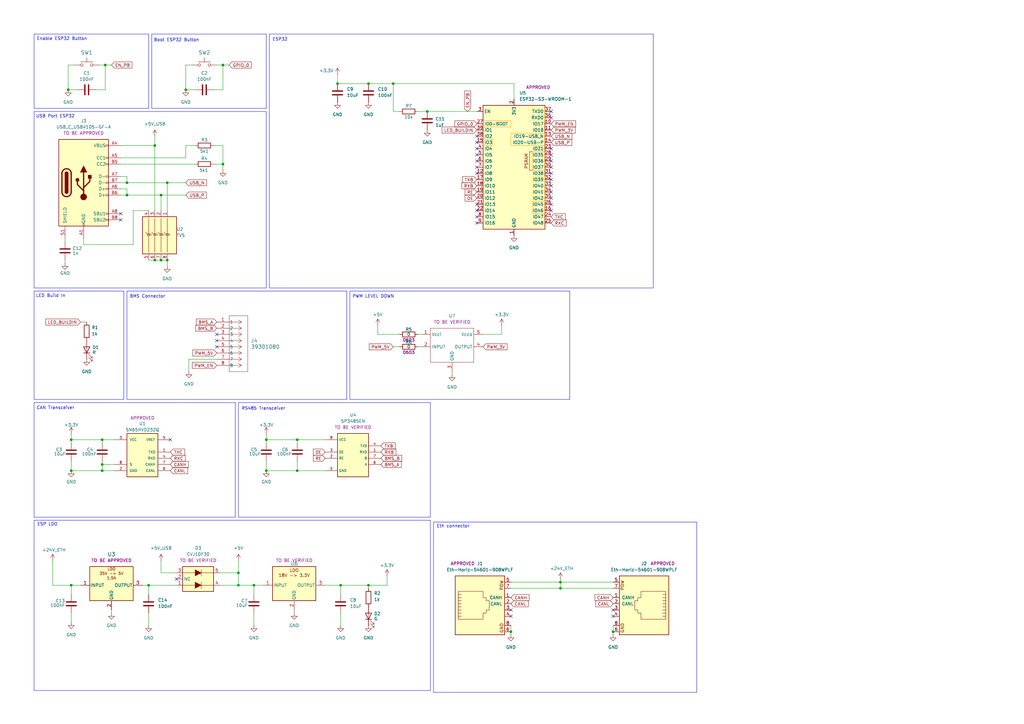
<source format=kicad_sch>
(kicad_sch (version 20231120) (generator "eeschema") (generator_version "8.0")
  (paper "A3")
  (title_block (title "${PROJECTNAME}") (date "2025-02-08") (rev "${REVISION}") (company "${GROUP_NAME}") (comment 1 "${AUTHOR}"))
  (junction (at 41.91 190.5))
  (junction (at 97.79 234.95))
  (junction (at 41.91 193.04))
  (junction (at 104.14 240.03))
  (junction (at 175.26 45.72))
  (junction (at 66.04 106.68))
  (junction (at 68.58 106.68))
  (junction (at 29.21 240.03))
  (junction (at 139.7 240.03))
  (junction (at 68.58 74.93))
  (junction (at 52.07 74.93))
  (junction (at 63.5 59.69))
  (junction (at 109.22 180.34))
  (junction (at 76.2 36.83))
  (junction (at 161.29 34.29))
  (junction (at 109.22 193.04))
  (junction (at 91.44 67.31))
  (junction (at 209.55 259.08))
  (junction (at 151.13 240.03))
  (junction (at 121.92 180.34))
  (junction (at 29.21 193.04))
  (junction (at 60.96 240.03))
  (junction (at 43.18 26.67))
  (junction (at 27.94 36.83))
  (junction (at 66.04 80.01))
  (junction (at 121.92 193.04))
  (junction (at 41.91 180.34))
  (junction (at 151.13 34.29))
  (junction (at 251.46 259.08))
  (junction (at 52.07 80.01))
  (junction (at 229.87 238.76))
  (junction (at 29.21 180.34))
  (junction (at 138.43 34.29))
  (junction (at 97.79 240.03))
  (junction (at 229.87 241.3))
  (junction (at 63.5 106.68))
  (junction (at 91.44 26.67))
  (no_connect (at 88.9 142.24))
  (no_connect (at 226.06 48.26))
  (no_connect (at 88.9 137.16))
  (no_connect (at 226.06 86.36))
  (no_connect (at 226.06 63.5))
  (no_connect (at 49.53 90.17))
  (no_connect (at 226.06 66.04))
  (no_connect (at 195.58 86.36))
  (no_connect (at 195.58 91.44))
  (no_connect (at 226.06 45.72))
  (no_connect (at 226.06 78.74))
  (no_connect (at 226.06 83.82))
  (no_connect (at 226.06 76.2))
  (no_connect (at 251.46 252.73))
  (no_connect (at 195.58 60.96))
  (no_connect (at 195.58 71.12))
  (no_connect (at 195.58 88.9))
  (no_connect (at 195.58 55.88))
  (no_connect (at 226.06 81.28))
  (no_connect (at 209.55 252.73))
  (no_connect (at 195.58 58.42))
  (no_connect (at 195.58 83.82))
  (no_connect (at 88.9 139.7))
  (no_connect (at 195.58 68.58))
  (no_connect (at 226.06 73.66))
  (no_connect (at 251.46 250.19))
  (no_connect (at 209.55 250.19))
  (no_connect (at 69.85 180.34))
  (no_connect (at 195.58 63.5))
  (no_connect (at 195.58 66.04))
  (no_connect (at 49.53 87.63))
  (no_connect (at 226.06 68.58))
  (no_connect (at 226.06 60.96))
  (no_connect (at 226.06 71.12))
  (no_connect (at 72.39 237.49))
  (wire (pts (xy 60.96 251.46) (xy 60.96 256.54)))
  (wire (pts (xy 77.47 147.32) (xy 88.9 147.32)))
  (wire (pts (xy 171.45 142.24) (xy 172.72 142.24)))
  (wire (pts (xy 45.72 250.19) (xy 45.72 251.46)))
  (wire (pts (xy 151.13 240.03) (xy 151.13 241.3)))
  (wire (pts (xy 151.13 240.03) (xy 158.75 240.03)))
  (wire (pts (xy 175.26 45.72) (xy 195.58 45.72)))
  (wire (pts (xy 109.22 181.61) (xy 109.22 180.34)))
  (wire (pts (xy 29.21 177.8) (xy 29.21 180.34)))
  (wire (pts (xy 210.82 34.29) (xy 161.29 34.29)))
  (wire (pts (xy 87.63 67.31) (xy 91.44 67.31)))
  (wire (pts (xy 49.53 64.77) (xy 76.2 64.77)))
  (wire (pts (xy 88.9 26.67) (xy 91.44 26.67)))
  (wire (pts (xy 97.79 234.95) (xy 97.79 240.03)))
  (wire (pts (xy 251.46 256.54) (xy 251.46 259.08)))
  (wire (pts (xy 91.44 26.67) (xy 91.44 36.83)))
  (wire (pts (xy 40.64 26.67) (xy 43.18 26.67)))
  (wire (pts (xy 41.91 181.61) (xy 41.91 180.34)))
  (wire (pts (xy 229.87 241.3) (xy 251.46 241.3)))
  (wire (pts (xy 76.2 64.77) (xy 76.2 59.69)))
  (wire (pts (xy 109.22 177.8) (xy 109.22 180.34)))
  (wire (pts (xy 27.94 26.67) (xy 30.48 26.67)))
  (wire (pts (xy 41.91 193.04) (xy 41.91 190.5)))
  (wire (pts (xy 121.92 189.23) (xy 121.92 193.04)))
  (wire (pts (xy 139.7 240.03) (xy 151.13 240.03)))
  (wire (pts (xy 54.61 100.33) (xy 54.61 86.36)))
  (wire (pts (xy 109.22 180.34) (xy 121.92 180.34)))
  (wire (pts (xy 87.63 59.69) (xy 91.44 59.69)))
  (wire (pts (xy 66.04 229.87) (xy 66.04 234.95)))
  (wire (pts (xy 158.75 236.22) (xy 158.75 240.03)))
  (wire (pts (xy 60.96 240.03) (xy 72.39 240.03)))
  (wire (pts (xy 121.92 180.34) (xy 133.35 180.34)))
  (wire (pts (xy 63.5 106.68) (xy 66.04 106.68)))
  (wire (pts (xy 49.53 59.69) (xy 63.5 59.69)))
  (wire (pts (xy 104.14 243.84) (xy 104.14 240.03)))
  (wire (pts (xy 76.2 26.67) (xy 76.2 36.83)))
  (wire (pts (xy 27.94 36.83) (xy 31.75 36.83)))
  (wire (pts (xy 52.07 72.39) (xy 52.07 74.93)))
  (wire (pts (xy 90.17 240.03) (xy 97.79 240.03)))
  (wire (pts (xy 76.2 26.67) (xy 78.74 26.67)))
  (wire (pts (xy 26.67 106.68) (xy 26.67 107.95)))
  (wire (pts (xy 229.87 238.76) (xy 229.87 241.3)))
  (wire (pts (xy 29.21 180.34) (xy 41.91 180.34)))
  (wire (pts (xy 251.46 259.08) (xy 251.46 260.35)))
  (wire (pts (xy 209.55 256.54) (xy 209.55 259.08)))
  (wire (pts (xy 68.58 74.93) (xy 68.58 86.36)))
  (wire (pts (xy 121.92 193.04) (xy 133.35 193.04)))
  (wire (pts (xy 49.53 67.31) (xy 80.01 67.31)))
  (wire (pts (xy 161.29 142.24) (xy 163.83 142.24)))
  (wire (pts (xy 154.94 137.16) (xy 154.94 133.35)))
  (wire (pts (xy 49.53 74.93) (xy 52.07 74.93)))
  (wire (pts (xy 151.13 34.29) (xy 161.29 34.29)))
  (wire (pts (xy 43.18 26.67) (xy 45.72 26.67)))
  (wire (pts (xy 54.61 86.36) (xy 60.96 86.36)))
  (wire (pts (xy 41.91 193.04) (xy 46.99 193.04)))
  (wire (pts (xy 161.29 45.72) (xy 163.83 45.72)))
  (wire (pts (xy 133.35 240.03) (xy 139.7 240.03)))
  (wire (pts (xy 229.87 238.76) (xy 251.46 238.76)))
  (wire (pts (xy 60.96 240.03) (xy 60.96 243.84)))
  (wire (pts (xy 49.53 77.47) (xy 52.07 77.47)))
  (wire (pts (xy 139.7 251.46) (xy 139.7 256.54)))
  (wire (pts (xy 120.65 250.19) (xy 120.65 251.46)))
  (wire (pts (xy 49.53 72.39) (xy 52.07 72.39)))
  (wire (pts (xy 161.29 34.29) (xy 161.29 45.72)))
  (wire (pts (xy 198.12 137.16) (xy 205.74 137.16)))
  (wire (pts (xy 41.91 180.34) (xy 46.99 180.34)))
  (wire (pts (xy 60.96 106.68) (xy 63.5 106.68)))
  (wire (pts (xy 52.07 77.47) (xy 52.07 80.01)))
  (wire (pts (xy 109.22 189.23) (xy 109.22 193.04)))
  (wire (pts (xy 29.21 193.04) (xy 41.91 193.04)))
  (wire (pts (xy 171.45 45.72) (xy 175.26 45.72)))
  (wire (pts (xy 97.79 229.87) (xy 97.79 234.95)))
  (wire (pts (xy 26.67 97.79) (xy 26.67 99.06)))
  (wire (pts (xy 154.94 137.16) (xy 163.83 137.16)))
  (wire (pts (xy 58.42 240.03) (xy 60.96 240.03)))
  (wire (pts (xy 35.56 132.08) (xy 33.02 132.08)))
  (wire (pts (xy 97.79 240.03) (xy 104.14 240.03)))
  (wire (pts (xy 27.94 26.67) (xy 27.94 36.83)))
  (wire (pts (xy 90.17 234.95) (xy 97.79 234.95)))
  (wire (pts (xy 185.42 152.4) (xy 185.42 153.67)))
  (wire (pts (xy 52.07 80.01) (xy 66.04 80.01)))
  (wire (pts (xy 29.21 240.03) (xy 33.02 240.03)))
  (wire (pts (xy 104.14 251.46) (xy 104.14 256.54)))
  (wire (pts (xy 29.21 181.61) (xy 29.21 180.34)))
  (wire (pts (xy 41.91 189.23) (xy 41.91 190.5)))
  (wire (pts (xy 63.5 59.69) (xy 63.5 86.36)))
  (wire (pts (xy 49.53 80.01) (xy 52.07 80.01)))
  (wire (pts (xy 29.21 189.23) (xy 29.21 193.04)))
  (wire (pts (xy 121.92 181.61) (xy 121.92 180.34)))
  (wire (pts (xy 66.04 80.01) (xy 76.2 80.01)))
  (wire (pts (xy 21.59 229.87) (xy 21.59 240.03)))
  (wire (pts (xy 29.21 243.84) (xy 29.21 240.03)))
  (wire (pts (xy 205.74 133.35) (xy 205.74 137.16)))
  (wire (pts (xy 109.22 193.04) (xy 121.92 193.04)))
  (wire (pts (xy 171.45 137.16) (xy 172.72 137.16)))
  (wire (pts (xy 91.44 26.67) (xy 93.98 26.67)))
  (wire (pts (xy 209.55 241.3) (xy 229.87 241.3)))
  (wire (pts (xy 138.43 34.29) (xy 151.13 34.29)))
  (wire (pts (xy 68.58 74.93) (xy 76.2 74.93)))
  (wire (pts (xy 209.55 259.08) (xy 209.55 260.35)))
  (wire (pts (xy 229.87 237.49) (xy 229.87 238.76)))
  (wire (pts (xy 76.2 36.83) (xy 80.01 36.83)))
  (wire (pts (xy 66.04 106.68) (xy 68.58 106.68)))
  (wire (pts (xy 104.14 240.03) (xy 107.95 240.03)))
  (wire (pts (xy 91.44 59.69) (xy 91.44 67.31)))
  (wire (pts (xy 91.44 36.83) (xy 87.63 36.83)))
  (wire (pts (xy 43.18 36.83) (xy 39.37 36.83)))
  (wire (pts (xy 63.5 55.88) (xy 63.5 59.69)))
  (wire (pts (xy 68.58 106.68) (xy 68.58 109.22)))
  (wire (pts (xy 138.43 30.48) (xy 138.43 34.29)))
  (wire (pts (xy 29.21 251.46) (xy 29.21 255.27)))
  (wire (pts (xy 209.55 238.76) (xy 229.87 238.76)))
  (wire (pts (xy 41.91 190.5) (xy 46.99 190.5)))
  (wire (pts (xy 43.18 26.67) (xy 43.18 36.83)))
  (wire (pts (xy 139.7 240.03) (xy 139.7 243.84)))
  (wire (pts (xy 91.44 67.31) (xy 91.44 69.85)))
  (wire (pts (xy 77.47 147.32) (xy 77.47 152.4)))
  (wire (pts (xy 52.07 74.93) (xy 68.58 74.93)))
  (wire (pts (xy 210.82 34.29) (xy 210.82 40.64)))
  (wire (pts (xy 66.04 80.01) (xy 66.04 86.36)))
  (wire (pts (xy 76.2 59.69) (xy 80.01 59.69)))
  (wire (pts (xy 34.29 97.79) (xy 34.29 100.33)))
  (wire (pts (xy 66.04 234.95) (xy 72.39 234.95)))
  (wire (pts (xy 34.29 100.33) (xy 54.61 100.33)))
  (wire (pts (xy 21.59 240.03) (xy 29.21 240.03)))
  (rectangle (start 13.97 213.36) (end 176.53 283.21))
  (rectangle (start 52.07 119.38) (end 142.24 163.83))
  (rectangle (start 110.49 13.97) (end 267.97 118.11))
  (rectangle (start 177.8 214.122) (end 285.75 283.972))
  (rectangle (start 13.97 45.72) (end 109.22 118.11))
  (rectangle (start 13.97 13.97) (end 60.96 44.45))
  (rectangle (start 97.79 165.1) (end 176.53 212.09))
  (rectangle (start 13.97 165.1) (end 96.52 212.09))
  (rectangle (start 13.97 119.38) (end 50.8 163.83))
  (rectangle (start 143.51 119.38) (end 233.68 163.83))
  (rectangle (start 62.23 13.97) (end 109.22 44.45))
  (text "LED Build In" (at 14.732 121.412 0) (effects (font (size 1.27 1.27)) (justify left)))
  (text "ESP32" (at 111.76 16.256 0) (effects (font (size 1.27 1.27)) (justify left)))
  (text "CAN Transceiver" (at 14.986 167.386 0) (effects (font (size 1.27 1.27)) (justify left)))
  (text "BMS Connector" (at 67.818 121.666 0) (effects (font (size 1.27 1.27)) (justify right)))
  (text "ESP LDO" (at 15.24 215.138 0) (effects (font (size 1.27 1.27)) (justify left)))
  (text "Boot ESP32 Button" (at 72.39 16.51 0) (effects (font (size 1.27 1.27))))
  (text "USB Port ESP32" (at 14.732 47.752 0) (effects (font (size 1.27 1.27)) (justify left)))
  (text "RS485 Transceiver" (at 99.06 167.64 0) (effects (font (size 1.27 1.27)) (justify left)))
  (text "Enable ESP32 Button" (at 25.4 16.002 0) (effects (font (size 1.27 1.27))))
  (text "Eth connector" (at 179.07 215.9 0) (effects (font (size 1.27 1.27)) (justify left)))
  (text "PWM LEVEL DOWN" (at 144.526 121.666 0) (effects (font (size 1.27 1.27)) (justify left)))
  (global_label "PWM_3V" (shape input) (at 226.06 53.34 0) (property "Intersheetrefs" "${INTERSHEET_REFS}" (effects (hide yes))))
  (global_label "EN_PB" (shape input) (at 191.77 45.72 90) (property "Intersheetrefs" "${INTERSHEET_REFS}" (effects (hide yes))))
  (global_label "USB_N" (shape input) (at 76.2 74.93 0) (property "Intersheetrefs" "${INTERSHEET_REFS}" (effects (hide yes))))
  (global_label "TXB" (shape input) (at 156.21 182.88 0) (property "Intersheetrefs" "${INTERSHEET_REFS}" (effects (hide yes))))
  (global_label "RE" (shape input) (at 195.58 78.74 180) (property "Intersheetrefs" "${INTERSHEET_REFS}" (effects (hide yes))))
  (global_label "EN_PB" (shape input) (at 45.72 26.67 0) (property "Intersheetrefs" "${INTERSHEET_REFS}" (effects (hide yes))))
  (global_label "USB_P" (shape input) (at 76.2 80.01 0) (property "Intersheetrefs" "${INTERSHEET_REFS}" (effects (hide yes))))
  (global_label "BMS_B" (shape input) (at 88.9 134.62 180) (property "Intersheetrefs" "${INTERSHEET_REFS}" (effects (hide yes))))
  (global_label "CANH" (shape input) (at 69.85 190.5 0) (property "Intersheetrefs" "${INTERSHEET_REFS}" (effects (hide yes))))
  (global_label "BMS_A" (shape input) (at 156.21 190.5 0) (property "Intersheetrefs" "${INTERSHEET_REFS}" (effects (hide yes))))
  (global_label "RXB" (shape input) (at 195.58 76.2 180) (property "Intersheetrefs" "${INTERSHEET_REFS}" (effects (hide yes))))
  (global_label "TXC" (shape input) (at 69.85 185.42 0) (property "Intersheetrefs" "${INTERSHEET_REFS}" (effects (hide yes))))
  (global_label "CANL" (shape input) (at 209.55 247.65 0) (property "Intersheetrefs" "${INTERSHEET_REFS}" (effects (hide yes))))
  (global_label "RE" (shape input) (at 133.35 187.96 180) (property "Intersheetrefs" "${INTERSHEET_REFS}" (effects (hide yes))))
  (global_label "LED_BUILDIN" (shape input) (at 195.58 53.34 180) (property "Intersheetrefs" "${INTERSHEET_REFS}" (effects (hide yes))))
  (global_label "TXB" (shape input) (at 195.58 73.66 180) (property "Intersheetrefs" "${INTERSHEET_REFS}" (effects (hide yes))))
  (global_label "PWM_5V" (shape input) (at 88.9 144.78 180) (property "Intersheetrefs" "${INTERSHEET_REFS}" (effects (hide yes))))
  (global_label "USB_P" (shape input) (at 226.06 58.42 0) (property "Intersheetrefs" "${INTERSHEET_REFS}" (effects (hide yes))))
  (global_label "CANH" (shape input) (at 209.55 245.11 0) (property "Intersheetrefs" "${INTERSHEET_REFS}" (effects (hide yes))))
  (global_label "PWM_5V" (shape input) (at 161.29 142.24 180) (property "Intersheetrefs" "${INTERSHEET_REFS}" (effects (hide yes))))
  (global_label "CANL" (shape input) (at 251.46 247.65 180) (property "Intersheetrefs" "${INTERSHEET_REFS}" (effects (hide yes))))
  (global_label "CANH" (shape input) (at 251.46 245.11 180) (property "Intersheetrefs" "${INTERSHEET_REFS}" (effects (hide yes))))
  (global_label "RXC" (shape input) (at 69.85 187.96 0) (property "Intersheetrefs" "${INTERSHEET_REFS}" (effects (hide yes))))
  (global_label "PWM_EN" (shape input) (at 226.06 50.8 0) (property "Intersheetrefs" "${INTERSHEET_REFS}" (effects (hide yes))))
  (global_label "PWM_EN" (shape input) (at 88.9 149.86 180) (property "Intersheetrefs" "${INTERSHEET_REFS}" (effects (hide yes))))
  (global_label "RXB" (shape input) (at 156.21 185.42 0) (property "Intersheetrefs" "${INTERSHEET_REFS}" (effects (hide yes))))
  (global_label "USB_N" (shape input) (at 226.06 55.88 0) (property "Intersheetrefs" "${INTERSHEET_REFS}" (effects (hide yes))))
  (global_label "DE" (shape input) (at 195.58 81.28 180) (property "Intersheetrefs" "${INTERSHEET_REFS}" (effects (hide yes))))
  (global_label "BMS_B" (shape input) (at 156.21 187.96 0) (property "Intersheetrefs" "${INTERSHEET_REFS}" (effects (hide yes))))
  (global_label "PWM_3V" (shape input) (at 198.12 142.24 0) (property "Intersheetrefs" "${INTERSHEET_REFS}" (effects (hide yes))))
  (global_label "CANL" (shape input) (at 69.85 193.04 0) (property "Intersheetrefs" "${INTERSHEET_REFS}" (effects (hide yes))))
  (global_label "TXC" (shape input) (at 226.06 88.9 0) (property "Intersheetrefs" "${INTERSHEET_REFS}" (effects (hide yes))))
  (global_label "DE" (shape input) (at 133.35 185.42 180) (property "Intersheetrefs" "${INTERSHEET_REFS}" (effects (hide yes))))
  (global_label "BMS_A" (shape input) (at 88.9 132.08 180) (property "Intersheetrefs" "${INTERSHEET_REFS}" (effects (hide yes))))
  (global_label "LED_BUILDIN" (shape input) (at 33.02 132.08 180) (property "Intersheetrefs" "${INTERSHEET_REFS}" (effects (hide yes))))
  (global_label "GPIO_0" (shape input) (at 195.58 50.8 180) (property "Intersheetrefs" "${INTERSHEET_REFS}" (effects (hide yes))))
  (global_label "RXC" (shape input) (at 226.06 91.44 0) (property "Intersheetrefs" "${INTERSHEET_REFS}" (effects (hide yes))))
  (global_label "GPIO_0" (shape input) (at 93.98 26.67 0) (property "Intersheetrefs" "${INTERSHEET_REFS}" (effects (hide yes))))
  (symbol (lib_id "power:+5V") (at 229.87 237.49 0) (unit 1)
    (property "Reference" "#PWR021" (effects (hide yes)))
    (property "Value" "+24V_ETH" (at 225.552 233.172 0) (effects (justify left)))
    (property "Description" "Power symbol creates a global label with name \"+5V\"" (effects (hide yes)))
  )
  (symbol (lib_id "power:GND") (at 210.82 96.52 0) (unit 1)
    (property "Reference" "#PWR036" (effects (hide yes)))
    (property "Value" "GND" (at 210.82 101.6 0))
    (property "Description" "Power symbol creates a global label with name \"GND\" , ground" (effects (hide yes)))
  )
  (symbol (lib_id "RoverLibrary:RS485_Transceiver-SP3485EN") (at 144.78 176.53 0) (unit 1)
    (property "Reference" "U4" (at 144.78 170.18 0))
    (property "Value" "SP3485EN" (at 144.78 172.72 0))
    (property "Footprint" "Package_SO:SOIC-8_3.9x4.9mm_P1.27mm" (effects (hide yes)))
    (property "Datasheet" "https://mm.digikey.com/Volume0/opasdata/d220001/medias/docus/6679/SP3485_Datasheet.pdf" (effects (hide yes)))
    (property "Status" "TO BE VERIFIED" (at 144.78 175.26 0))
  )
  (symbol (lib_id "RoverLibrary:Eth-Horiz-54601-908WPLF") (at 264.16 248.92 0) (mirror y) (unit 1)
    (property "Reference" "J2" (at 264.16 231.14 0))
    (property "Value" "Eth-Horiz-54601-908WPLF" (at 264.16 233.68 0))
    (property "Footprint" "RoverFootprint:Ethernet_Horizontal" (effects (hide yes)))
    (property "Description" "RJ connector, 8P8C (8 positions 8 connected), RJ31/RJ32/RJ33/RJ34/RJ35/RJ41/RJ45/RJ49/RJ61" (effects (hide yes)))
    (property "STATUS" "APPROVED" (at 271.78 231.14 0))
  )
  (symbol (lib_id "RoverLibrary:LDO-AZ1117CH2-3.3TRG1") (at 120.65 232.41 0) (unit 1)
    (property "Reference" "U6" (at 120.65 231.14 0) (effects (font (size 1.524 1.524))))
    (property "Value" "LDO-AZ1117CH2-3.3TRG1" (effects (hide yes)))
    (property "Footprint" "Package_TO_SOT_SMD:SOT-223-3_TabPin2" (effects (hide yes)))
    (property "Datasheet" "https://www.diodes.com/assets/Datasheets/AZ1117I.pdf" (effects (hide yes)))
    (property "STATUS" "TO BE VERIFIED" (at 120.65 229.87 0))
  )
  (symbol (lib_id "RoverLibrary:R_0805") (at 35.56 135.89 180) (unit 1)
    (property "Reference" "R1" (at 37.592 134.366 0) (effects (justify right)))
    (property "Value" "1k" (at 37.592 136.906 0) (effects (justify right)))
    (property "Footprint" "Resistor_SMD:R_0805_2012Metric_Pad1.20x1.40mm_HandSolder" (effects (hide yes)))
    (property "Description" "Resistor" (effects (hide yes)))
    (property "Package" "0805" (effects (hide yes)))
  )
  (symbol (lib_id "power:GND") (at 26.67 107.95 0) (unit 1)
    (property "Reference" "#PWR08" (effects (hide yes)))
    (property "Value" "GND" (at 26.67 112.014 0))
    (property "Description" "Power symbol creates a global label with name \"GND\" , ground" (effects (hide yes)))
  )
  (symbol (lib_id "power:GND") (at 60.96 256.54 0) (unit 1)
    (property "Reference" "#PWR022" (effects (hide yes)))
    (property "Value" "GND" (at 60.96 261.62 0))
    (property "Description" "Power symbol creates a global label with name \"GND\" , ground" (effects (hide yes)))
  )
  (symbol (lib_id "power:GND") (at 139.7 256.54 0) (unit 1)
    (property "Reference" "#PWR040" (effects (hide yes)))
    (property "Value" "GND" (at 139.7 261.62 0))
    (property "Description" "Power symbol creates a global label with name \"GND\" , ground" (effects (hide yes)))
  )
  (symbol (lib_id "power:GND") (at 29.21 193.04 0) (unit 1)
    (property "Reference" "#PWR07" (effects (hide yes)))
    (property "Value" "GND" (at 27.178 197.612 0) (effects (justify left)))
    (property "Description" "Power symbol creates a global label with name \"GND\" , ground" (effects (hide yes)))
  )
  (symbol (lib_id "RoverLibrary:CONN-MOLEX_8PIN-39301080") (at 88.9 132.08 0) (unit 1)
    (property "Reference" "J4" (at 102.87 139.6999 0) (effects (font (size 1.524 1.524)) (justify left)))
    (property "Value" "39301080" (at 102.87 142.2399 0) (effects (font (size 1.524 1.524)) (justify left)))
    (property "Footprint" "RoverFootprint:Molex_Mini-Fit_Jr_5569-08A2_2x04_P4.20mm_Horizontal" (effects (hide yes)))
    (property "Datasheet" "39301080" (effects (hide yes)))
  )
  (symbol (lib_id "power:GND") (at 151.13 41.91 0) (unit 1)
    (property "Reference" "#PWR028" (effects (hide yes)))
    (property "Value" "GND" (at 151.13 46.99 0))
    (property "Description" "Power symbol creates a global label with name \"GND\" , ground" (effects (hide yes)))
  )
  (symbol (lib_id "RoverLibrary:USB_C_USB4105-GF-A") (at 34.29 74.93 0) (unit 1)
    (property "Reference" "J3" (at 34.29 49.53 0))
    (property "Value" "USB_C_USB4105-GF-A" (at 34.29 52.07 0))
    (property "Footprint" "Connector_USB:USB_C_Receptacle_GCT_USB4105-xx-A_16P_TopMnt_Horizontal" (effects (hide yes)))
    (property "Datasheet" "https://www.usb.org/sites/default/files/documents/usb_type-c.zip" (effects (hide yes)))
    (property "Description" "USB 2.0-only 16P Type-C Receptacle connector" (effects (hide yes)))
    (property "STATUS" "TO BE APPROVED" (at 34.29 54.61 0))
  )
  (symbol (lib_id "RoverLibrary:C_0805") (at 175.26 49.53 0) (unit 1)
    (property "Reference" "C11" (at 178.562 48.768 0) (effects (justify left)))
    (property "Value" "1uF" (at 178.562 51.308 0) (effects (justify left)))
    (property "Footprint" "Capacitor_SMD:C_0805_2012Metric_Pad1.18x1.45mm_HandSolder" (effects (hide yes)))
    (property "Description" "Unpolarized capacitor" (effects (hide yes)))
    (property "Package" "0805" (effects (hide yes)))
  )
  (symbol (lib_id "power:+3.3V") (at 158.75 236.22 0) (unit 1)
    (property "Reference" "#PWR042" (effects (hide yes)))
    (property "Value" "+3.3V" (at 158.75 231.902 0))
    (property "Description" "Power symbol creates a global label with name \"+3.3V\"" (effects (hide yes)))
  )
  (symbol (lib_id "RoverLibrary:SW-PTS815SJM250SMTRLFS") (at 35.56 26.67 0) (unit 1)
    (property "Reference" "SW1" (at 35.56 21.59 0) (effects (font (size 1.524 1.524))))
    (property "Value" "TS09-63-25-WT-160-SMT-TR" (effects (hide yes)))
    (property "Footprint" "RoverFootprint:SW-PTS815 SJM250SMTRLFS" (effects (hide yes)))
    (property "Datasheet" "https://www.ckswitches.com/media/2728/pts815.pdf" (effects (hide yes)))
    (property "Description" "Push button switch" (effects (hide yes)))
    (property "Digikey" "https://www.digikey.ca/en/products/detail/same-sky-formerly-cui-devices/TS09-63-25-WT-160-SMT-TR/15839066?s=N4IgTCBcDaICoGUAMBOAtANgMxrAVjQHU40BGDJNBAWRLgCUQBdAXyA" (effects (hide yes)))
    (property "STATUS" "APPROVED" (effects (hide yes)))
  )
  (symbol (lib_id "RoverLibrary:R_0805") (at 167.64 45.72 90) (unit 1)
    (property "Reference" "R7" (at 167.64 43.434 90))
    (property "Value" "10k" (at 167.64 48.006 90))
    (property "Footprint" "Resistor_SMD:R_0805_2012Metric_Pad1.20x1.40mm_HandSolder" (effects (hide yes)))
    (property "Description" "Resistor" (effects (hide yes)))
    (property "Package" "0805" (effects (hide yes)))
  )
  (symbol (lib_id "power:GND") (at 76.2 36.83 0) (unit 1)
    (property "Reference" "#PWR014" (effects (hide yes)))
    (property "Value" "GND" (at 76.2 41.8861 0))
    (property "Description" "Power symbol creates a global label with name \"GND\" , ground" (effects (hide yes)))
  )
  (symbol (lib_id "RoverLibrary:R_0603") (at 167.64 142.24 90) (unit 1)
    (property "Reference" "R6" (at 167.64 140.208 90))
    (property "Value" "0" (at 167.64 142.24 90))
    (property "Footprint" "Resistor_SMD:R_0603_1608Metric_Pad0.98x0.95mm_HandSolder" (effects (hide yes)))
    (property "Description" "Resistor" (effects (hide yes)))
    (property "Package" "0603" (at 167.64 144.526 90))
  )
  (symbol (lib_id "power:GND") (at 251.46 260.35 0) (mirror y) (unit 1)
    (property "Reference" "#PWR024" (effects (hide yes)))
    (property "Value" "GND" (at 251.46 265.43 0))
    (property "Description" "Power symbol creates a global label with name \"GND\" , ground" (effects (hide yes)))
  )
  (symbol (lib_id "RoverLibrary:C_0805") (at 139.7 247.65 0) (unit 1)
    (property "Reference" "C8" (at 143.51 246.126 0) (effects (justify left)))
    (property "Value" "10uF" (at 143.51 248.666 0) (effects (justify left)))
    (property "Footprint" "Capacitor_SMD:C_0805_2012Metric_Pad1.18x1.45mm_HandSolder" (effects (hide yes)))
    (property "Description" "Unpolarized capacitor" (effects (hide yes)))
    (property "Package" "0805" (effects (hide yes)))
  )
  (symbol (lib_id "power:+5V") (at 66.04 229.87 0) (unit 1)
    (property "Reference" "#PWR033" (effects (hide yes)))
    (property "Value" "+5V_USB" (at 66.04 224.79 0))
    (property "Description" "Power symbol creates a global label with name \"+5V\"" (effects (hide yes)))
  )
  (symbol (lib_id "power:GND") (at 29.21 255.27 0) (unit 1)
    (property "Reference" "#PWR018" (effects (hide yes)))
    (property "Value" "GND" (at 29.21 260.35 0))
    (property "Description" "Power symbol creates a global label with name \"GND\" , ground" (effects (hide yes)))
  )
  (symbol (lib_id "RoverLibrary:LDO-LM340SX-5.0/NOPB") (at 45.72 232.41 0) (unit 1)
    (property "Reference" "U3" (at 45.72 227.33 0) (effects (font (size 1.524 1.524))))
    (property "Value" "LDO-LM7805MPX/NOPB" (effects (hide yes)))
    (property "Footprint" "Package_TO_SOT_SMD:TO-263-3_TabPin2" (effects (hide yes)))
    (property "Datasheet" "https://www.ti.com/lit/ds/symlink/lm7800.pdf" (effects (hide yes)))
    (property "Description" "7.5V-35V To 5V LDO. 1.5A, Theta_JA = 44.8" (effects (hide yes)))
    (property "STATUS" "TO BE APPROVED" (at 45.72 229.87 0))
  )
  (symbol (lib_id "RoverLibrary:R_0805") (at 151.13 245.11 180) (unit 1)
    (property "Reference" "R2" (at 153.416 243.332 0) (effects (justify right)))
    (property "Value" "1k" (at 153.416 245.872 0) (effects (justify right)))
    (property "Footprint" "Resistor_SMD:R_0805_2012Metric_Pad1.20x1.40mm_HandSolder" (effects (hide yes)))
    (property "Description" "Resistor" (effects (hide yes)))
    (property "Package" "0805" (effects (hide yes)))
  )
  (symbol (lib_id "power:GND") (at 120.65 251.46 0) (unit 1)
    (property "Reference" "#PWR037" (effects (hide yes)))
    (property "Value" "GND" (at 120.65 256.54 0))
    (property "Description" "Power symbol creates a global label with name \"GND\" , ground" (effects (hide yes)))
  )
  (symbol (lib_id "power:+5V") (at 97.79 229.87 0) (unit 1)
    (property "Reference" "#PWR015" (effects (hide yes)))
    (property "Value" "+5V" (at 97.79 224.79 0))
    (property "Description" "Power symbol creates a global label with name \"+5V\"" (effects (hide yes)))
  )
  (symbol (lib_id "power:+5V") (at 21.59 229.87 0) (unit 1)
    (property "Reference" "#PWR012" (effects (hide yes)))
    (property "Value" "+24V_ETH" (at 17.272 225.552 0) (effects (justify left)))
    (property "Description" "Power symbol creates a global label with name \"+5V\"" (effects (hide yes)))
  )
  (symbol (lib_id "RoverLibrary:C_0805") (at 83.82 36.83 90) (unit 1)
    (property "Reference" "C2" (at 83.82 29.972 90))
    (property "Value" "100nF" (at 83.82 32.512 90))
    (property "Footprint" "Capacitor_SMD:C_0805_2012Metric_Pad1.18x1.45mm_HandSolder" (effects (hide yes)))
    (property "Description" "Unpolarized capacitor" (effects (hide yes)))
    (property "Package" "0805" (effects (hide yes)))
  )
  (symbol (lib_id "power:GND") (at 109.22 193.04 0) (unit 1)
    (property "Reference" "#PWR020" (effects (hide yes)))
    (property "Value" "GND" (at 107.188 197.612 0) (effects (justify left)))
    (property "Description" "Power symbol creates a global label with name \"GND\" , ground" (effects (hide yes)))
  )
  (symbol (lib_id "power:+7.5V") (at 29.21 177.8 0) (unit 1)
    (property "Reference" "#PWR06" (effects (hide yes)))
    (property "Value" "+3.3V" (at 29.21 174.244 0))
    (property "Description" "Power symbol creates a global label with name \"+7.5V\"" (effects (hide yes)))
  )
  (symbol (lib_id "RoverLibrary:SW-PTS815SJM250SMTRLFS") (at 83.82 26.67 0) (unit 1)
    (property "Reference" "SW2" (at 83.82 21.59 0) (effects (font (size 1.524 1.524))))
    (property "Value" "TS09-63-25-WT-160-SMT-TR" (effects (hide yes)))
    (property "Footprint" "RoverFootprint:SW-PTS815 SJM250SMTRLFS" (effects (hide yes)))
    (property "Datasheet" "https://www.ckswitches.com/media/2728/pts815.pdf" (effects (hide yes)))
    (property "Description" "Push button switch" (effects (hide yes)))
    (property "Digikey" "https://www.digikey.ca/en/products/detail/same-sky-formerly-cui-devices/TS09-63-25-WT-160-SMT-TR/15839066?s=N4IgTCBcDaICoGUAMBOAtANgMxrAVjQHU40BGDJNBAWRLgCUQBdAXyA" (effects (hide yes)))
    (property "STATUS" "APPROVED" (effects (hide yes)))
  )
  (symbol (lib_id "RoverLibrary:C_0805") (at 151.13 38.1 0) (unit 1)
    (property "Reference" "C10" (at 154.94 36.576 0) (effects (justify left)))
    (property "Value" "100nF" (at 154.94 39.116 0) (effects (justify left)))
    (property "Footprint" "Capacitor_SMD:C_0805_2012Metric_Pad1.18x1.45mm_HandSolder" (effects (hide yes)))
    (property "Description" "Unpolarized capacitor" (effects (hide yes)))
    (property "Package" "0805" (effects (hide yes)))
  )
  (symbol (lib_id "RoverLibrary:C_0805") (at 138.43 38.1 0) (unit 1)
    (property "Reference" "C9" (at 142.24 36.576 0) (effects (justify left)))
    (property "Value" "10uF" (at 142.24 39.116 0) (effects (justify left)))
    (property "Footprint" "Capacitor_SMD:C_0805_2012Metric_Pad1.18x1.45mm_HandSolder" (effects (hide yes)))
    (property "Description" "Unpolarized capacitor" (effects (hide yes)))
    (property "Package" "0805" (effects (hide yes)))
  )
  (symbol (lib_id "RoverLibrary:R_0805") (at 83.82 67.31 90) (unit 1)
    (property "Reference" "R4" (at 83.82 65.024 90))
    (property "Value" "5k1" (at 83.566 69.85 90))
    (property "Footprint" "Resistor_SMD:R_0805_2012Metric_Pad1.20x1.40mm_HandSolder" (effects (hide yes)))
    (property "Description" "Resistor" (effects (hide yes)))
    (property "Package" "0805" (effects (hide yes)))
  )
  (symbol (lib_id "power:GND") (at 77.47 152.4 0) (unit 1)
    (property "Reference" "#PWR035" (effects (hide yes)))
    (property "Value" "GND" (at 77.47 157.48 0))
    (property "Description" "Power symbol creates a global label with name \"GND\" , ground" (effects (hide yes)))
  )
  (symbol (lib_id "RoverLibrary:C_0805") (at 29.21 247.65 0) (unit 1)
    (property "Reference" "C13" (at 26.67 246.38 0) (effects (justify right)))
    (property "Value" "100nF" (at 26.67 248.285 0) (effects (justify right)))
    (property "Footprint" "Capacitor_SMD:C_0805_2012Metric_Pad1.18x1.45mm_HandSolder" (effects (hide yes)))
    (property "Description" "Unpolarized capacitor" (effects (hide yes)))
    (property "Package" "0805" (effects (hide yes)))
  )
  (symbol (lib_id "power:+3.3V") (at 138.43 30.48 0) (unit 1)
    (property "Reference" "#PWR025" (effects (hide yes)))
    (property "Value" "+3.3V" (at 133.858 28.956 0))
    (property "Description" "Power symbol creates a global label with name \"+3.3V\"" (effects (hide yes)))
  )
  (symbol (lib_id "RoverLibrary:CAN-Transceiver-SN65HVD232") (at 58.42 184.15 0) (unit 1)
    (property "Reference" "U1" (at 58.42 173.736 0))
    (property "Value" "SN65HVD232Q" (at 58.42 176.276 0))
    (property "Footprint" "Package_SO:SOIC-8_3.9x4.9mm_P1.27mm" (effects (hide yes)))
    (property "Datasheet" "https://www.ti.com/lit/ds/symlink/sn65hvd230.pdf?ts=1730319703644&ref_url=https%253A%252F%252Fwww.ti.com%252Fproduct%252FSN65HVD230" (effects (hide yes)))
    (property "Description" "CAN Transceiver" (effects (hide yes)))
    (property "PARTREV" "4" (effects (hide yes)))
    (property "STANDARD" "IPC 7351B" (effects (hide yes)))
    (property "MAXIMUM_PACKAGE_HEIGHT" "1.75 mm" (effects (hide yes)))
    (property "MANUFACTURER" "NXP USA" (effects (hide yes)))
    (property "STATUS" "APPROVED" (at 58.42 171.45 0))
  )
  (symbol (lib_id "RoverLibrary:C_0805") (at 26.67 102.87 0) (unit 1)
    (property "Reference" "C12" (at 29.718 101.854 0) (effects (justify left)))
    (property "Value" "1n" (at 29.718 103.886 0) (effects (justify left)))
    (property "Footprint" "Capacitor_SMD:C_0805_2012Metric_Pad1.18x1.45mm_HandSolder" (effects (hide yes)))
    (property "Description" "Unpolarized capacitor" (effects (hide yes)))
    (property "Package" "0805" (effects (hide yes)))
  )
  (symbol (lib_id "RoverLibrary:C_0805") (at 109.22 185.42 0) (unit 1)
    (property "Reference" "C5" (at 102.87 184.404 0) (effects (justify left)))
    (property "Value" "10uF" (at 102.108 186.182 0) (effects (justify left)))
    (property "Footprint" "Capacitor_SMD:C_0805_2012Metric_Pad1.18x1.45mm_HandSolder" (effects (hide yes)))
    (property "Description" "Unpolarized capacitor" (effects (hide yes)))
    (property "Package" "0805" (effects (hide yes)))
  )
  (symbol (lib_id "RoverLibrary:C_0805") (at 121.92 185.42 0) (unit 1)
    (property "Reference" "C6" (at 115.57 184.404 0) (effects (justify left)))
    (property "Value" "100nF" (at 113.538 186.182 0) (effects (justify left)))
    (property "Footprint" "Capacitor_SMD:C_0805_2012Metric_Pad1.18x1.45mm_HandSolder" (effects (hide yes)))
    (property "Description" "Unpolarized capacitor" (effects (hide yes)))
    (property "Package" "0805" (effects (hide yes)))
  )
  (symbol (lib_id "power:GND") (at 45.72 251.46 0) (unit 1)
    (property "Reference" "#PWR013" (effects (hide yes)))
    (property "Value" "GND" (at 45.72 256.54 0))
    (property "Description" "Power symbol creates a global label with name \"GND\" , ground" (effects (hide yes)))
  )
  (symbol (lib_id "power:+5V") (at 63.5 55.88 0) (unit 1)
    (property "Reference" "#PWR010" (effects (hide yes)))
    (property "Value" "+5V_USB" (at 63.5 50.8 0))
    (property "Description" "Power symbol creates a global label with name \"+5V\"" (effects (hide yes)))
  )
  (symbol (lib_id "RoverLibrary:R_0603") (at 167.64 137.16 90) (unit 1)
    (property "Reference" "R5" (at 167.64 135.128 90))
    (property "Value" "0" (at 167.64 137.16 90))
    (property "Footprint" "Resistor_SMD:R_0603_1608Metric_Pad0.98x0.95mm_HandSolder" (effects (hide yes)))
    (property "Description" "Resistor" (effects (hide yes)))
    (property "Package" "0603" (at 167.64 139.446 90))
  )
  (symbol (lib_id "power:GND") (at 68.58 109.22 0) (unit 1)
    (property "Reference" "#PWR011" (effects (hide yes)))
    (property "Value" "GND" (at 68.58 114.3 0))
    (property "Description" "Power symbol creates a global label with name \"GND\" , ground" (effects (hide yes)))
  )
  (symbol (lib_id "power:GND") (at 91.44 69.85 0) (unit 1)
    (property "Reference" "#PWR017" (effects (hide yes)))
    (property "Value" "GND" (at 91.44 74.93 0))
    (property "Description" "Power symbol creates a global label with name \"GND\" , ground" (effects (hide yes)))
  )
  (symbol (lib_id "power:GND") (at 175.26 53.34 0) (unit 1)
    (property "Reference" "#PWR031" (effects (hide yes)))
    (property "Value" "GND" (at 175.26 58.42 0))
    (property "Description" "Power symbol creates a global label with name \"GND\" , ground" (effects (hide yes)))
  )
  (symbol (lib_id "power:GND") (at 151.13 256.54 0) (unit 1)
    (property "Reference" "#PWR041" (effects (hide yes)))
    (property "Value" "GND" (at 151.13 261.62 0))
    (property "Description" "Power symbol creates a global label with name \"GND\" , ground" (effects (hide yes)))
  )
  (symbol (lib_id "power:+5V") (at 154.94 133.35 0) (unit 1)
    (property "Reference" "#PWR032" (effects (hide yes)))
    (property "Value" "+5V" (at 154.94 129.032 0))
    (property "Description" "Power symbol creates a global label with name \"+5V\"" (effects (hide yes)))
  )
  (symbol (lib_id "RoverLibrary:C_0805") (at 104.14 247.65 0) (unit 1)
    (property "Reference" "C7" (at 101.6 246.38 0) (effects (justify right)))
    (property "Value" "10uF" (at 101.6 248.285 0) (effects (justify right)))
    (property "Footprint" "Capacitor_SMD:C_0805_2012Metric_Pad1.18x1.45mm_HandSolder" (effects (hide yes)))
    (property "Description" "Unpolarized capacitor" (effects (hide yes)))
    (property "Package" "0805" (effects (hide yes)))
  )
  (symbol (lib_id "power:GND") (at 138.43 41.91 0) (unit 1)
    (property "Reference" "#PWR026" (effects (hide yes)))
    (property "Value" "GND" (at 138.43 46.99 0))
    (property "Description" "Power symbol creates a global label with name \"GND\" , ground" (effects (hide yes)))
  )
  (symbol (lib_id "power:+3.3V") (at 205.74 133.35 0) (unit 1)
    (property "Reference" "#PWR039" (effects (hide yes)))
    (property "Value" "+3.3V" (at 205.74 129.032 0))
    (property "Description" "Power symbol creates a global label with name \"+3.3V\"" (effects (hide yes)))
  )
  (symbol (lib_id "RoverLibrary:C_0805") (at 29.21 185.42 0) (unit 1)
    (property "Reference" "C3" (at 22.86 184.404 0) (effects (justify left)))
    (property "Value" "10uF" (at 22.098 186.182 0) (effects (justify left)))
    (property "Footprint" "Capacitor_SMD:C_0805_2012Metric_Pad1.18x1.45mm_HandSolder" (effects (hide yes)))
    (property "Description" "Unpolarized capacitor" (effects (hide yes)))
    (property "Package" "0805" (effects (hide yes)))
  )
  (symbol (lib_id "power:GND") (at 104.14 256.54 0) (unit 1)
    (property "Reference" "#PWR034" (effects (hide yes)))
    (property "Value" "GND" (at 104.14 261.62 0))
    (property "Description" "Power symbol creates a global label with name \"GND\" , ground" (effects (hide yes)))
  )
  (symbol (lib_id "RoverLibrary:LED") (at 35.56 143.51 90) (unit 1)
    (property "Reference" "D1" (at 37.846 142.494 90) (effects (justify right)))
    (property "Value" "R" (at 37.846 144.526 90) (effects (justify right)))
    (property "Footprint" "LED_SMD:LED_0805_2012Metric_Pad1.15x1.40mm_HandSolder" (effects (hide yes)))
    (property "Description" "Light emitting diode" (effects (hide yes)))
  )
  (symbol (lib_id "RoverLibrary:R_0805") (at 83.82 59.69 90) (unit 1)
    (property "Reference" "R3" (at 83.82 57.404 90))
    (property "Value" "5k1" (at 83.82 61.976 90))
    (property "Footprint" "Resistor_SMD:R_0805_2012Metric_Pad1.20x1.40mm_HandSolder" (effects (hide yes)))
    (property "Description" "Resistor" (effects (hide yes)))
    (property "Package" "0805" (effects (hide yes)))
  )
  (symbol (lib_id "RoverLibrary:C_0805") (at 35.56 36.83 90) (unit 1)
    (property "Reference" "C1" (at 35.56 29.972 90))
    (property "Value" "100nF" (at 35.56 32.512 90))
    (property "Footprint" "Capacitor_SMD:C_0805_2012Metric_Pad1.18x1.45mm_HandSolder" (effects (hide yes)))
    (property "Description" "Unpolarized capacitor" (effects (hide yes)))
    (property "Package" "0805" (effects (hide yes)))
  )
  (symbol (lib_id "power:GND") (at 209.55 260.35 0) (unit 1)
    (property "Reference" "#PWR016" (effects (hide yes)))
    (property "Value" "GND" (at 209.55 265.43 0))
    (property "Description" "Power symbol creates a global label with name \"GND\" , ground" (effects (hide yes)))
  )
  (symbol (lib_id "power:GND") (at 185.42 153.67 0) (unit 1)
    (property "Reference" "#PWR038" (effects (hide yes)))
    (property "Value" "GND" (at 185.42 158.75 0))
    (property "Description" "Power symbol creates a global label with name \"GND\" , ground" (effects (hide yes)))
  )
  (symbol (lib_id "RoverLibrary:C_0805") (at 41.91 185.42 0) (unit 1)
    (property "Reference" "C4" (at 35.56 184.404 0) (effects (justify left)))
    (property "Value" "100nF" (at 33.528 186.182 0) (effects (justify left)))
    (property "Footprint" "Capacitor_SMD:C_0805_2012Metric_Pad1.18x1.45mm_HandSolder" (effects (hide yes)))
    (property "Description" "Unpolarized capacitor" (effects (hide yes)))
    (property "Package" "0805" (effects (hide yes)))
  )
  (symbol (lib_id "power:GND") (at 27.94 36.83 0) (unit 1)
    (property "Reference" "#PWR05" (effects (hide yes)))
    (property "Value" "GND" (at 27.94 41.91 0))
    (property "Description" "Power symbol creates a global label with name \"GND\" , ground" (effects (hide yes)))
  )
  (symbol (lib_id "RoverLibrary:Level_shifter-AXP1T34") (at 185.42 133.35 0) (unit 1)
    (property "Reference" "U7" (at 185.42 129.54 0))
    (property "Value" "AXP1T34" (effects (hide yes)))
    (property "Footprint" "Package_TO_SOT_SMD:SOT-353_SC-70-5" (effects (hide yes)))
    (property "Datasheet" "https://assets.nexperia.com/documents/data-sheet/AXP1T34.pdf" (effects (hide yes)))
    (property "STATUS" "TO BE VERIFIED" (at 185.42 132.08 0))
  )
  (symbol (lib_id "power:GND") (at 35.56 147.32 0) (unit 1)
    (property "Reference" "#PWR09" (effects (hide yes)))
    (property "Value" "GND" (at 35.56 152.4 0))
    (property "Description" "Power symbol creates a global label with name \"GND\" , ground" (effects (hide yes)))
  )
  (symbol (lib_id "RoverLibrary:Diode_Schottchy_CVJ10F30") (at 81.28 231.14 0) (unit 1)
    (property "Reference" "D3" (at 81.28 224.79 0))
    (property "Value" "CVJ10F30" (at 81.28 227.33 0))
    (property "Footprint" "DiodeSchott:UFV_TOS-L" (effects (hide yes)))
    (property "Datasheet" "https://toshiba.semicon-storage.com/info/CVJ10F30_datasheet_en_20140407.pdf?did=13914&prodName=CVJ10F30" (effects (hide yes)))
    (property "Status" "TO BE VERIFIED" (at 81.28 229.87 0))
  )
  (symbol (lib_id "RoverLibrary:TVS-SMDB03CE3/TR7TR-ND") (at 72.39 96.52 270) (unit 1)
    (property "Reference" "U2" (at 72.39 93.9799 90) (effects (justify left)))
    (property "Value" "TVS" (at 72.39 96.5199 90) (effects (justify left)))
    (property "Footprint" "Package_SO:SOIC-8_3.9x4.9mm_P1.27mm" (effects (hide yes)))
    (property "STATYS" "APPROVED" (effects (hide yes)))
  )
  (symbol (lib_id "power:+7.5V") (at 109.22 177.8 0) (unit 1)
    (property "Reference" "#PWR019" (effects (hide yes)))
    (property "Value" "+3.3V" (at 109.22 174.244 0))
    (property "Description" "Power symbol creates a global label with name \"+7.5V\"" (effects (hide yes)))
  )
  (symbol (lib_id "RoverLibrary:C_0805") (at 60.96 247.65 0) (unit 1)
    (property "Reference" "C14" (at 64.77 246.126 0) (effects (justify left)))
    (property "Value" "100nF" (at 64.77 248.666 0) (effects (justify left)))
    (property "Footprint" "Capacitor_SMD:C_0805_2012Metric_Pad1.18x1.45mm_HandSolder" (effects (hide yes)))
    (property "Description" "Unpolarized capacitor" (effects (hide yes)))
    (property "Package" "0805" (effects (hide yes)))
  )
  (symbol (lib_id "RoverLibrary:Eth-Horiz-54601-908WPLF") (at 196.85 248.92 0) (unit 1)
    (property "Reference" "J1" (at 196.85 231.14 0))
    (property "Value" "Eth-Horiz-54601-908WPLF" (at 196.85 233.68 0))
    (property "Footprint" "RoverFootprint:Ethernet_Horizontal" (effects (hide yes)))
    (property "Description" "RJ connector, 8P8C (8 positions 8 connected), RJ31/RJ32/RJ33/RJ34/RJ35/RJ41/RJ45/RJ49/RJ61" (effects (hide yes)))
    (property "STATUS" "APPROVED" (at 189.738 231.14 0))
  )
  (symbol (lib_id "RoverLibrary:ESP32-S3-WROVER") (at 210.82 68.58 0) (unit 1)
    (property "Reference" "U5" (at 213.0141 38.1 0) (effects (justify left)))
    (property "Value" "ESP32-S3-WROOM-1" (at 213.0141 40.64 0) (effects (justify left)))
    (property "Footprint" "RF_Module:ESP32-S3-WROOM-1U" (effects (hide yes)))
    (property "Datasheet" "https://www.espressif.com/sites/default/files/documentation/esp32-s3-wroom-1_wroom-1u_datasheet_en.pdf" (effects (hide yes)))
    (property "Description" "RF Module, ESP32-S3 SoC, Wi-Fi 802.11b/g/n, Bluetooth, BLE, 32-bit, 3.3V, onboard antenna, SMD" (effects (hide yes)))
    (property "Digikey Link" "https://www.digikey.ca/en/products/detail/espressif-systems/ESP32-S3-WROOM-1U-N8/16162635" (effects (hide yes)))
    (property "STATUS" "APPROVED" (at 220.726 35.814 0))
  )
  (symbol (lib_id "Device:LED") (at 151.13 252.73 90) (unit 1)
    (property "Reference" "D2" (at 153.416 251.714 90) (effects (justify right)))
    (property "Value" "G" (at 153.416 253.746 90) (effects (justify right)))
    (property "Footprint" "LED_SMD:LED_0805_2012Metric_Pad1.15x1.40mm_HandSolder" (effects (hide yes)))
    (property "Description" "Light emitting diode" (effects (hide yes)))
  )
)
</source>
